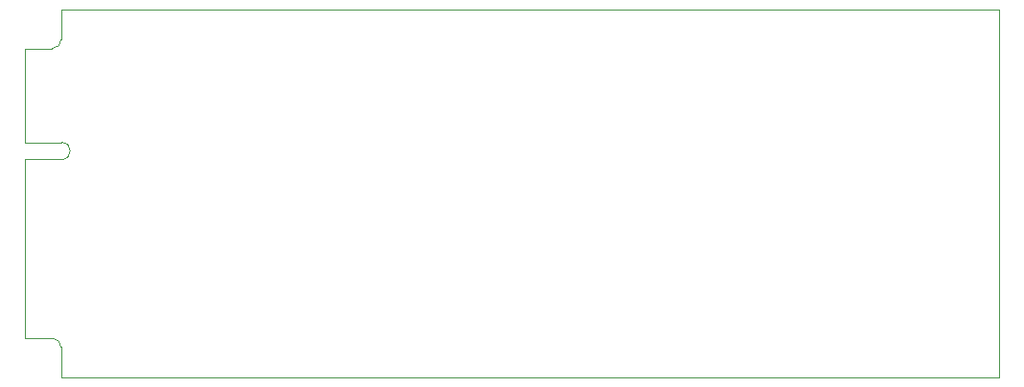
<source format=gbr>
%TF.GenerationSoftware,KiCad,Pcbnew,(6.0.2)*%
%TF.CreationDate,2022-07-28T16:32:47-07:00*%
%TF.ProjectId,mpcie1extv01,6d706369-6531-4657-9874-7630312e6b69,v01*%
%TF.SameCoordinates,Original*%
%TF.FileFunction,Profile,NP*%
%FSLAX46Y46*%
G04 Gerber Fmt 4.6, Leading zero omitted, Abs format (unit mm)*
G04 Created by KiCad (PCBNEW (6.0.2)) date 2022-07-28 16:32:47*
%MOMM*%
%LPD*%
G01*
G04 APERTURE LIST*
%TA.AperFunction,Profile*%
%ADD10C,0.100000*%
%TD*%
G04 APERTURE END LIST*
D10*
X151000000Y-143750000D02*
X151000000Y-176250000D01*
X93850000Y-143750000D02*
X151000000Y-143750000D01*
X68200000Y-143750000D02*
X93850000Y-143750000D01*
X68200000Y-145000000D02*
X68200000Y-143750000D01*
X68200000Y-146400000D02*
X68200000Y-145000000D01*
X65000000Y-147200000D02*
X67400000Y-147200000D01*
X67400000Y-147200000D02*
G75*
G03*
X68200000Y-146400000I0J800000D01*
G01*
X65000000Y-155500000D02*
X65000000Y-147200000D01*
X68250000Y-155500000D02*
X65000000Y-155500000D01*
X127550000Y-176250000D02*
X151000000Y-176250000D01*
X97950000Y-176250000D02*
X127550000Y-176250000D01*
X68200000Y-176250000D02*
X97950000Y-176250000D01*
X68200000Y-173600000D02*
X68200000Y-176250000D01*
X68200000Y-173600000D02*
G75*
G03*
X67400000Y-172800000I-800000J0D01*
G01*
X65000000Y-172800000D02*
X67400000Y-172800000D01*
X65000000Y-157000000D02*
X65000000Y-172800000D01*
X68250000Y-157000000D02*
X65000000Y-157000000D01*
X68250000Y-157000000D02*
G75*
G03*
X68250000Y-155500000I0J750000D01*
G01*
M02*

</source>
